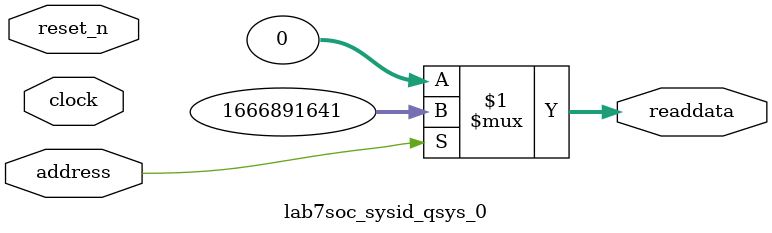
<source format=v>



// synthesis translate_off
`timescale 1ns / 1ps
// synthesis translate_on

// turn off superfluous verilog processor warnings 
// altera message_level Level1 
// altera message_off 10034 10035 10036 10037 10230 10240 10030 

module lab7soc_sysid_qsys_0 (
               // inputs:
                address,
                clock,
                reset_n,

               // outputs:
                readdata
             )
;

  output  [ 31: 0] readdata;
  input            address;
  input            clock;
  input            reset_n;

  wire    [ 31: 0] readdata;
  //control_slave, which is an e_avalon_slave
  assign readdata = address ? 1666891641 : 0;

endmodule



</source>
